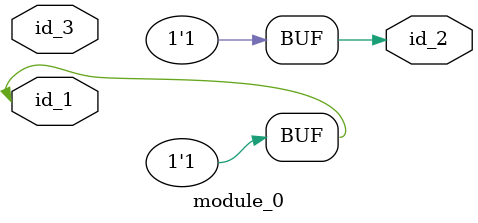
<source format=v>
module module_0 (
    id_1,
    id_2,
    id_3
);
  input id_3;
  output id_2;
  input id_1;
  assign id_2 = id_1;
  always #0 begin
    if (1) begin
      id_2 = 1;
    end else begin
      id_2 <= 1 - 1;
    end
  end
endmodule

</source>
